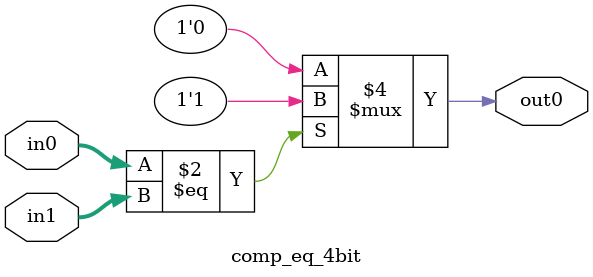
<source format=v>
module comp_eq_4bit(input wire [3:0]in0,
						input wire [3:0]in1,
						output reg out0);
					
always@( * )		
begin	
	if (in0 == in1)
		out0 = 1;
	else 
		out0 = 0;
end
endmodule 
</source>
